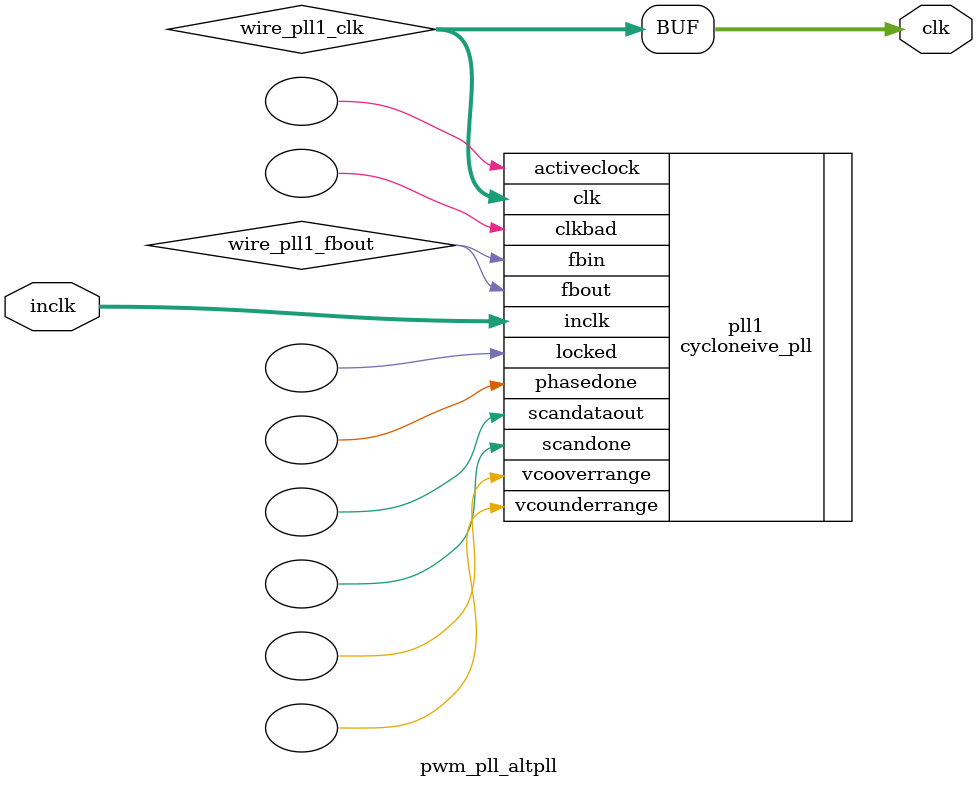
<source format=v>






//synthesis_resources = cycloneive_pll 1 
//synopsys translate_off
`timescale 1 ps / 1 ps
//synopsys translate_on
module  pwm_pll_altpll
	( 
	clk,
	inclk) /* synthesis synthesis_clearbox=1 */;
	output   [4:0]  clk;
	input   [1:0]  inclk;
`ifndef ALTERA_RESERVED_QIS
// synopsys translate_off
`endif
	tri0   [1:0]  inclk;
`ifndef ALTERA_RESERVED_QIS
// synopsys translate_on
`endif

	wire  [4:0]   wire_pll1_clk;
	wire  wire_pll1_fbout;

	cycloneive_pll   pll1
	( 
	.activeclock(),
	.clk(wire_pll1_clk),
	.clkbad(),
	.fbin(wire_pll1_fbout),
	.fbout(wire_pll1_fbout),
	.inclk(inclk),
	.locked(),
	.phasedone(),
	.scandataout(),
	.scandone(),
	.vcooverrange(),
	.vcounderrange()
	`ifndef FORMAL_VERIFICATION
	// synopsys translate_off
	`endif
	,
	.areset(1'b0),
	.clkswitch(1'b0),
	.configupdate(1'b0),
	.pfdena(1'b1),
	.phasecounterselect({3{1'b0}}),
	.phasestep(1'b0),
	.phaseupdown(1'b0),
	.scanclk(1'b0),
	.scanclkena(1'b1),
	.scandata(1'b0)
	`ifndef FORMAL_VERIFICATION
	// synopsys translate_on
	`endif
	);
	defparam
		pll1.bandwidth_type = "auto",
		pll1.clk0_divide_by = 1,
		pll1.clk0_duty_cycle = 50,
		pll1.clk0_multiply_by = 4,
		pll1.clk0_phase_shift = "0",
		pll1.clk1_divide_by = 4,
		pll1.clk1_duty_cycle = 50,
		pll1.clk1_multiply_by = 1,
		pll1.clk1_phase_shift = "0",
		pll1.clk2_divide_by = 5,
		pll1.clk2_duty_cycle = 50,
		pll1.clk2_multiply_by = 4,
		pll1.clk2_phase_shift = "0",
		pll1.inclk0_input_frequency = 25000,
		pll1.operation_mode = "no_compensation",
		pll1.pll_type = "auto",
		pll1.lpm_type = "cycloneive_pll";
	assign
		clk = {wire_pll1_clk[4:0]};
endmodule //pwm_pll_altpll
//VALID FILE

</source>
